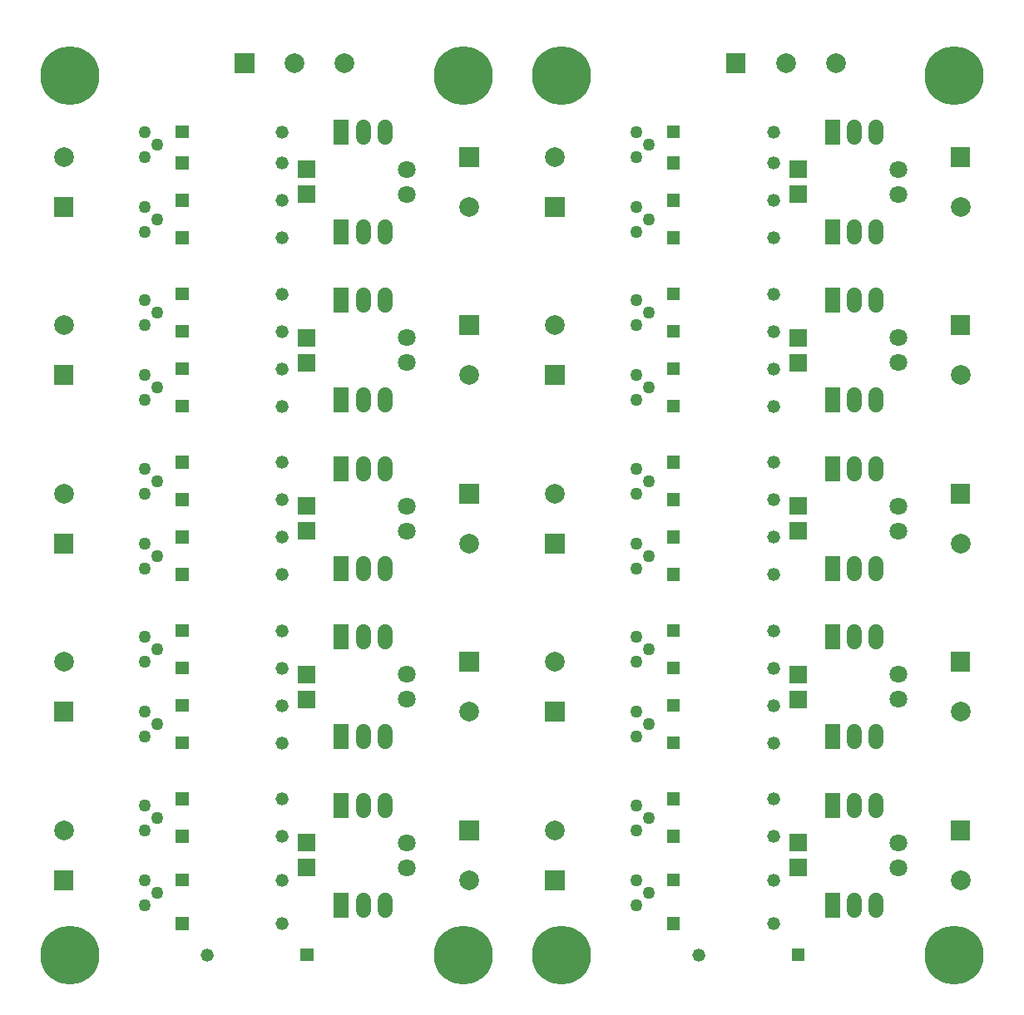
<source format=gbs>
%FSLAX24Y24*%
%MOIN*%
%ADD10C,0.0500*%
%ADD11C,0.0520*%
%ADD12C,0.0600*%
%ADD13C,0.0709*%
%ADD14C,0.0787*%
%ADD15C,0.2362*%
D10*
G01X5500Y34500D03*
X5000Y35000D03*
X5000Y34000D03*
X5500Y31500D03*
X5000Y32000D03*
X5000Y31000D03*
X5500Y27750D03*
X5000Y28250D03*
X5000Y27250D03*
X5500Y24750D03*
X5000Y25250D03*
X5000Y24250D03*
X5500Y21000D03*
X5000Y21500D03*
X5000Y20500D03*
X5500Y18000D03*
X5000Y18500D03*
X5000Y17500D03*
X5500Y14250D03*
X5000Y14750D03*
X5000Y13750D03*
X5500Y11250D03*
X5000Y11750D03*
X5000Y10750D03*
X5500Y7500D03*
X5000Y8000D03*
X5000Y7000D03*
X5500Y4500D03*
X5000Y5000D03*
X5000Y4000D03*
X25185Y34500D03*
X24685Y35000D03*
X24685Y34000D03*
X25185Y31500D03*
X24685Y32000D03*
X24685Y31000D03*
X25185Y27750D03*
X24685Y28250D03*
X24685Y27250D03*
X25185Y24750D03*
X24685Y25250D03*
X24685Y24250D03*
X25185Y21000D03*
X24685Y21500D03*
X24685Y20500D03*
X25185Y18000D03*
X24685Y18500D03*
X24685Y17500D03*
X25185Y14250D03*
X24685Y14750D03*
X24685Y13750D03*
X25185Y11250D03*
X24685Y11750D03*
X24685Y10750D03*
X25185Y7500D03*
X24685Y8000D03*
X24685Y7000D03*
X25185Y4500D03*
X24685Y5000D03*
X24685Y4000D03*
D11*
G01X10500Y33750D03*
X10500Y32250D03*
X10500Y35000D03*
X10500Y30750D03*
X10500Y27000D03*
X10500Y25500D03*
X10500Y28500D03*
X10500Y24000D03*
X10500Y21750D03*
X10500Y20250D03*
X10500Y18750D03*
X10500Y17250D03*
X10500Y15000D03*
X10500Y13500D03*
X10500Y12000D03*
X10500Y10500D03*
X10500Y8250D03*
X10500Y6750D03*
X10500Y5000D03*
X10500Y3250D03*
X7500Y2000D03*
X30185Y33750D03*
X30185Y32250D03*
X30185Y35000D03*
X30185Y30750D03*
X30185Y27000D03*
X30185Y25500D03*
X30185Y28500D03*
X30185Y24000D03*
X30185Y21750D03*
X30185Y20250D03*
X30185Y18750D03*
X30185Y17250D03*
X30185Y15000D03*
X30185Y13500D03*
X30185Y12000D03*
X30185Y10500D03*
X30185Y8250D03*
X30185Y6750D03*
X30185Y5000D03*
X30185Y3250D03*
X27185Y2000D03*
D12*
G01X14625Y35200D02*
X14625Y34800D01*
X13750Y35200D02*
X13750Y34800D01*
X14625Y31200D02*
X14625Y30800D01*
X13750Y31200D02*
X13750Y30800D01*
X14625Y28450D02*
X14625Y28050D01*
X13750Y28450D02*
X13750Y28050D01*
X14625Y24450D02*
X14625Y24050D01*
X13750Y24450D02*
X13750Y24050D01*
X14625Y21700D02*
X14625Y21300D01*
X13750Y21700D02*
X13750Y21300D01*
X14625Y17700D02*
X14625Y17300D01*
X13750Y17700D02*
X13750Y17300D01*
X14625Y14950D02*
X14625Y14550D01*
X13750Y14950D02*
X13750Y14550D01*
X14625Y10950D02*
X14625Y10550D01*
X13750Y10950D02*
X13750Y10550D01*
X14625Y8200D02*
X14625Y7800D01*
X13750Y8200D02*
X13750Y7800D01*
X14625Y4200D02*
X14625Y3800D01*
X13750Y4200D02*
X13750Y3800D01*
X34310Y35200D02*
X34310Y34800D01*
X33435Y35200D02*
X33435Y34800D01*
X34310Y31200D02*
X34310Y30800D01*
X33435Y31200D02*
X33435Y30800D01*
X34310Y28450D02*
X34310Y28050D01*
X33435Y28450D02*
X33435Y28050D01*
X34310Y24450D02*
X34310Y24050D01*
X33435Y24450D02*
X33435Y24050D01*
X34310Y21700D02*
X34310Y21300D01*
X33435Y21700D02*
X33435Y21300D01*
X34310Y17700D02*
X34310Y17300D01*
X33435Y17700D02*
X33435Y17300D01*
X34310Y14950D02*
X34310Y14550D01*
X33435Y14950D02*
X33435Y14550D01*
X34310Y10950D02*
X34310Y10550D01*
X33435Y10950D02*
X33435Y10550D01*
X34310Y8200D02*
X34310Y7800D01*
X33435Y8200D02*
X33435Y7800D01*
X34310Y4200D02*
X34310Y3800D01*
X33435Y4200D02*
X33435Y3800D01*
D13*
G01X15513Y33500D03*
X15513Y32500D03*
X15513Y26750D03*
X15513Y25750D03*
X15513Y20000D03*
X15513Y19000D03*
X15513Y13250D03*
X15513Y12250D03*
X15513Y6500D03*
X15513Y5500D03*
X35198Y33500D03*
X35198Y32500D03*
X35198Y26750D03*
X35198Y25750D03*
X35198Y20000D03*
X35198Y19000D03*
X35198Y13250D03*
X35198Y12250D03*
X35198Y6500D03*
X35198Y5500D03*
D14*
G01X18000Y32000D03*
X1750Y34000D03*
X1750Y27250D03*
X18000Y25250D03*
X1750Y20500D03*
X18000Y18500D03*
X1750Y13750D03*
X18000Y11750D03*
X1750Y7000D03*
X18000Y5000D03*
X11000Y37750D03*
X13000Y37750D03*
X37685Y32000D03*
X21435Y34000D03*
X21435Y27250D03*
X37685Y25250D03*
X21435Y20500D03*
X37685Y18500D03*
X21435Y13750D03*
X37685Y11750D03*
X21435Y7000D03*
X37685Y5000D03*
X30685Y37750D03*
X32685Y37750D03*
D15*
G01X2000Y37250D03*
X2000Y2000D03*
X17750Y2000D03*
X17750Y37250D03*
X21685Y37250D03*
X21685Y2000D03*
X37435Y2000D03*
X37435Y37250D03*
G36*
X18393Y33606D02*
X18393Y34393D01*
X17606Y34393D01*
X17606Y33606D01*
X18393Y33606D01*
G37*
G36*
X6760Y34010D02*
X6240Y34010D01*
X6240Y33490D01*
X6760Y33490D01*
X6760Y34010D01*
G37*
G36*
X6760Y32510D02*
X6240Y32510D01*
X6240Y31990D01*
X6760Y31990D01*
X6760Y32510D01*
G37*
G36*
X6760Y35260D02*
X6240Y35260D01*
X6240Y34740D01*
X6760Y34740D01*
X6760Y35260D01*
G37*
G36*
X6760Y31010D02*
X6240Y31010D01*
X6240Y30490D01*
X6760Y30490D01*
X6760Y31010D01*
G37*
G36*
X13175Y35500D02*
X12575Y35500D01*
X12575Y34500D01*
X13175Y34500D01*
X13175Y35500D01*
G37*
G36*
X11842Y33854D02*
X11133Y33854D01*
X11133Y33145D01*
X11842Y33145D01*
X11842Y33854D01*
G37*
G36*
X11842Y32854D02*
X11133Y32854D01*
X11133Y32145D01*
X11842Y32145D01*
X11842Y32854D01*
G37*
G36*
X13175Y31500D02*
X12575Y31500D01*
X12575Y30500D01*
X13175Y30500D01*
X13175Y31500D01*
G37*
G36*
X1356Y32393D02*
X1356Y31606D01*
X2143Y31606D01*
X2143Y32393D01*
X1356Y32393D01*
G37*
G36*
X1356Y25643D02*
X1356Y24856D01*
X2143Y24856D01*
X2143Y25643D01*
X1356Y25643D01*
G37*
G36*
X18393Y26856D02*
X18393Y27643D01*
X17606Y27643D01*
X17606Y26856D01*
X18393Y26856D01*
G37*
G36*
X6760Y27260D02*
X6240Y27260D01*
X6240Y26740D01*
X6760Y26740D01*
X6760Y27260D01*
G37*
G36*
X6760Y25760D02*
X6240Y25760D01*
X6240Y25240D01*
X6760Y25240D01*
X6760Y25760D01*
G37*
G36*
X6760Y28760D02*
X6240Y28760D01*
X6240Y28240D01*
X6760Y28240D01*
X6760Y28760D01*
G37*
G36*
X6760Y24260D02*
X6240Y24260D01*
X6240Y23740D01*
X6760Y23740D01*
X6760Y24260D01*
G37*
G36*
X11842Y27104D02*
X11133Y27104D01*
X11133Y26395D01*
X11842Y26395D01*
X11842Y27104D01*
G37*
G36*
X11842Y26104D02*
X11133Y26104D01*
X11133Y25395D01*
X11842Y25395D01*
X11842Y26104D01*
G37*
G36*
X13175Y28750D02*
X12575Y28750D01*
X12575Y27750D01*
X13175Y27750D01*
X13175Y28750D01*
G37*
G36*
X13175Y24750D02*
X12575Y24750D01*
X12575Y23750D01*
X13175Y23750D01*
X13175Y24750D01*
G37*
G36*
X1356Y18893D02*
X1356Y18106D01*
X2143Y18106D01*
X2143Y18893D01*
X1356Y18893D01*
G37*
G36*
X6760Y22010D02*
X6240Y22010D01*
X6240Y21490D01*
X6760Y21490D01*
X6760Y22010D01*
G37*
G36*
X6760Y20510D02*
X6240Y20510D01*
X6240Y19990D01*
X6760Y19990D01*
X6760Y20510D01*
G37*
G36*
X6760Y19010D02*
X6240Y19010D01*
X6240Y18490D01*
X6760Y18490D01*
X6760Y19010D01*
G37*
G36*
X6760Y17510D02*
X6240Y17510D01*
X6240Y16990D01*
X6760Y16990D01*
X6760Y17510D01*
G37*
G36*
X11842Y20354D02*
X11133Y20354D01*
X11133Y19645D01*
X11842Y19645D01*
X11842Y20354D01*
G37*
G36*
X11842Y19354D02*
X11133Y19354D01*
X11133Y18645D01*
X11842Y18645D01*
X11842Y19354D01*
G37*
G36*
X13175Y22000D02*
X12575Y22000D01*
X12575Y21000D01*
X13175Y21000D01*
X13175Y22000D01*
G37*
G36*
X13175Y18000D02*
X12575Y18000D01*
X12575Y17000D01*
X13175Y17000D01*
X13175Y18000D01*
G37*
G36*
X18393Y20106D02*
X18393Y20893D01*
X17606Y20893D01*
X17606Y20106D01*
X18393Y20106D01*
G37*
G36*
X1356Y12143D02*
X1356Y11356D01*
X2143Y11356D01*
X2143Y12143D01*
X1356Y12143D01*
G37*
G36*
X6760Y15260D02*
X6240Y15260D01*
X6240Y14740D01*
X6760Y14740D01*
X6760Y15260D01*
G37*
G36*
X6760Y13760D02*
X6240Y13760D01*
X6240Y13240D01*
X6760Y13240D01*
X6760Y13760D01*
G37*
G36*
X6760Y12260D02*
X6240Y12260D01*
X6240Y11740D01*
X6760Y11740D01*
X6760Y12260D01*
G37*
G36*
X6760Y10760D02*
X6240Y10760D01*
X6240Y10240D01*
X6760Y10240D01*
X6760Y10760D01*
G37*
G36*
X13175Y15250D02*
X12575Y15250D01*
X12575Y14250D01*
X13175Y14250D01*
X13175Y15250D01*
G37*
G36*
X11842Y13604D02*
X11133Y13604D01*
X11133Y12895D01*
X11842Y12895D01*
X11842Y13604D01*
G37*
G36*
X11842Y12604D02*
X11133Y12604D01*
X11133Y11895D01*
X11842Y11895D01*
X11842Y12604D01*
G37*
G36*
X13175Y11250D02*
X12575Y11250D01*
X12575Y10250D01*
X13175Y10250D01*
X13175Y11250D01*
G37*
G36*
X18393Y13356D02*
X18393Y14143D01*
X17606Y14143D01*
X17606Y13356D01*
X18393Y13356D01*
G37*
G36*
X1356Y5393D02*
X1356Y4606D01*
X2143Y4606D01*
X2143Y5393D01*
X1356Y5393D01*
G37*
G36*
X6760Y8510D02*
X6240Y8510D01*
X6240Y7990D01*
X6760Y7990D01*
X6760Y8510D01*
G37*
G36*
X6760Y7010D02*
X6240Y7010D01*
X6240Y6490D01*
X6760Y6490D01*
X6760Y7010D01*
G37*
G36*
X6760Y5260D02*
X6240Y5260D01*
X6240Y4740D01*
X6760Y4740D01*
X6760Y5260D01*
G37*
G36*
X6760Y3510D02*
X6240Y3510D01*
X6240Y2990D01*
X6760Y2990D01*
X6760Y3510D01*
G37*
G36*
X13175Y8500D02*
X12575Y8500D01*
X12575Y7500D01*
X13175Y7500D01*
X13175Y8500D01*
G37*
G36*
X11842Y6854D02*
X11133Y6854D01*
X11133Y6145D01*
X11842Y6145D01*
X11842Y6854D01*
G37*
G36*
X11842Y5854D02*
X11133Y5854D01*
X11133Y5145D01*
X11842Y5145D01*
X11842Y5854D01*
G37*
G36*
X13175Y4500D02*
X12575Y4500D01*
X12575Y3500D01*
X13175Y3500D01*
X13175Y4500D01*
G37*
G36*
X18393Y6606D02*
X18393Y7393D01*
X17606Y7393D01*
X17606Y6606D01*
X18393Y6606D01*
G37*
G36*
X11240Y1740D02*
X11760Y1740D01*
X11760Y2260D01*
X11240Y2260D01*
X11240Y1740D01*
G37*
G36*
X9393Y38143D02*
X8606Y38143D01*
X8606Y37356D01*
X9393Y37356D01*
X9393Y38143D01*
G37*
G36*
X38078Y33606D02*
X38078Y34393D01*
X37291Y34393D01*
X37291Y33606D01*
X38078Y33606D01*
G37*
G36*
X26445Y34010D02*
X25925Y34010D01*
X25925Y33490D01*
X26445Y33490D01*
X26445Y34010D01*
G37*
G36*
X26445Y32510D02*
X25925Y32510D01*
X25925Y31990D01*
X26445Y31990D01*
X26445Y32510D01*
G37*
G36*
X26445Y35260D02*
X25925Y35260D01*
X25925Y34740D01*
X26445Y34740D01*
X26445Y35260D01*
G37*
G36*
X26445Y31010D02*
X25925Y31010D01*
X25925Y30490D01*
X26445Y30490D01*
X26445Y31010D01*
G37*
G36*
X32860Y35500D02*
X32260Y35500D01*
X32260Y34500D01*
X32860Y34500D01*
X32860Y35500D01*
G37*
G36*
X31527Y33854D02*
X30818Y33854D01*
X30818Y33145D01*
X31527Y33145D01*
X31527Y33854D01*
G37*
G36*
X31527Y32854D02*
X30818Y32854D01*
X30818Y32145D01*
X31527Y32145D01*
X31527Y32854D01*
G37*
G36*
X32860Y31500D02*
X32260Y31500D01*
X32260Y30500D01*
X32860Y30500D01*
X32860Y31500D01*
G37*
G36*
X21041Y32393D02*
X21041Y31606D01*
X21828Y31606D01*
X21828Y32393D01*
X21041Y32393D01*
G37*
G36*
X21041Y25643D02*
X21041Y24856D01*
X21828Y24856D01*
X21828Y25643D01*
X21041Y25643D01*
G37*
G36*
X38078Y26856D02*
X38078Y27643D01*
X37291Y27643D01*
X37291Y26856D01*
X38078Y26856D01*
G37*
G36*
X26445Y27260D02*
X25925Y27260D01*
X25925Y26740D01*
X26445Y26740D01*
X26445Y27260D01*
G37*
G36*
X26445Y25760D02*
X25925Y25760D01*
X25925Y25240D01*
X26445Y25240D01*
X26445Y25760D01*
G37*
G36*
X26445Y28760D02*
X25925Y28760D01*
X25925Y28240D01*
X26445Y28240D01*
X26445Y28760D01*
G37*
G36*
X26445Y24260D02*
X25925Y24260D01*
X25925Y23740D01*
X26445Y23740D01*
X26445Y24260D01*
G37*
G36*
X31527Y27104D02*
X30818Y27104D01*
X30818Y26395D01*
X31527Y26395D01*
X31527Y27104D01*
G37*
G36*
X31527Y26104D02*
X30818Y26104D01*
X30818Y25395D01*
X31527Y25395D01*
X31527Y26104D01*
G37*
G36*
X32860Y28750D02*
X32260Y28750D01*
X32260Y27750D01*
X32860Y27750D01*
X32860Y28750D01*
G37*
G36*
X32860Y24750D02*
X32260Y24750D01*
X32260Y23750D01*
X32860Y23750D01*
X32860Y24750D01*
G37*
G36*
X21041Y18893D02*
X21041Y18106D01*
X21828Y18106D01*
X21828Y18893D01*
X21041Y18893D01*
G37*
G36*
X26445Y22010D02*
X25925Y22010D01*
X25925Y21490D01*
X26445Y21490D01*
X26445Y22010D01*
G37*
G36*
X26445Y20510D02*
X25925Y20510D01*
X25925Y19990D01*
X26445Y19990D01*
X26445Y20510D01*
G37*
G36*
X26445Y19010D02*
X25925Y19010D01*
X25925Y18490D01*
X26445Y18490D01*
X26445Y19010D01*
G37*
G36*
X26445Y17510D02*
X25925Y17510D01*
X25925Y16990D01*
X26445Y16990D01*
X26445Y17510D01*
G37*
G36*
X31527Y20354D02*
X30818Y20354D01*
X30818Y19645D01*
X31527Y19645D01*
X31527Y20354D01*
G37*
G36*
X31527Y19354D02*
X30818Y19354D01*
X30818Y18645D01*
X31527Y18645D01*
X31527Y19354D01*
G37*
G36*
X32860Y22000D02*
X32260Y22000D01*
X32260Y21000D01*
X32860Y21000D01*
X32860Y22000D01*
G37*
G36*
X32860Y18000D02*
X32260Y18000D01*
X32260Y17000D01*
X32860Y17000D01*
X32860Y18000D01*
G37*
G36*
X38078Y20106D02*
X38078Y20893D01*
X37291Y20893D01*
X37291Y20106D01*
X38078Y20106D01*
G37*
G36*
X21041Y12143D02*
X21041Y11356D01*
X21828Y11356D01*
X21828Y12143D01*
X21041Y12143D01*
G37*
G36*
X26445Y15260D02*
X25925Y15260D01*
X25925Y14740D01*
X26445Y14740D01*
X26445Y15260D01*
G37*
G36*
X26445Y13760D02*
X25925Y13760D01*
X25925Y13240D01*
X26445Y13240D01*
X26445Y13760D01*
G37*
G36*
X26445Y12260D02*
X25925Y12260D01*
X25925Y11740D01*
X26445Y11740D01*
X26445Y12260D01*
G37*
G36*
X26445Y10760D02*
X25925Y10760D01*
X25925Y10240D01*
X26445Y10240D01*
X26445Y10760D01*
G37*
G36*
X32860Y15250D02*
X32260Y15250D01*
X32260Y14250D01*
X32860Y14250D01*
X32860Y15250D01*
G37*
G36*
X31527Y13604D02*
X30818Y13604D01*
X30818Y12895D01*
X31527Y12895D01*
X31527Y13604D01*
G37*
G36*
X31527Y12604D02*
X30818Y12604D01*
X30818Y11895D01*
X31527Y11895D01*
X31527Y12604D01*
G37*
G36*
X32860Y11250D02*
X32260Y11250D01*
X32260Y10250D01*
X32860Y10250D01*
X32860Y11250D01*
G37*
G36*
X38078Y13356D02*
X38078Y14143D01*
X37291Y14143D01*
X37291Y13356D01*
X38078Y13356D01*
G37*
G36*
X21041Y5393D02*
X21041Y4606D01*
X21828Y4606D01*
X21828Y5393D01*
X21041Y5393D01*
G37*
G36*
X26445Y8510D02*
X25925Y8510D01*
X25925Y7990D01*
X26445Y7990D01*
X26445Y8510D01*
G37*
G36*
X26445Y7010D02*
X25925Y7010D01*
X25925Y6490D01*
X26445Y6490D01*
X26445Y7010D01*
G37*
G36*
X26445Y5260D02*
X25925Y5260D01*
X25925Y4740D01*
X26445Y4740D01*
X26445Y5260D01*
G37*
G36*
X26445Y3510D02*
X25925Y3510D01*
X25925Y2990D01*
X26445Y2990D01*
X26445Y3510D01*
G37*
G36*
X32860Y8500D02*
X32260Y8500D01*
X32260Y7500D01*
X32860Y7500D01*
X32860Y8500D01*
G37*
G36*
X31527Y6854D02*
X30818Y6854D01*
X30818Y6145D01*
X31527Y6145D01*
X31527Y6854D01*
G37*
G36*
X31527Y5854D02*
X30818Y5854D01*
X30818Y5145D01*
X31527Y5145D01*
X31527Y5854D01*
G37*
G36*
X32860Y4500D02*
X32260Y4500D01*
X32260Y3500D01*
X32860Y3500D01*
X32860Y4500D01*
G37*
G36*
X38078Y6606D02*
X38078Y7393D01*
X37291Y7393D01*
X37291Y6606D01*
X38078Y6606D01*
G37*
G36*
X30925Y1740D02*
X31445Y1740D01*
X31445Y2260D01*
X30925Y2260D01*
X30925Y1740D01*
G37*
G36*
X29078Y38143D02*
X28291Y38143D01*
X28291Y37356D01*
X29078Y37356D01*
X29078Y38143D01*
G37*
M02*

</source>
